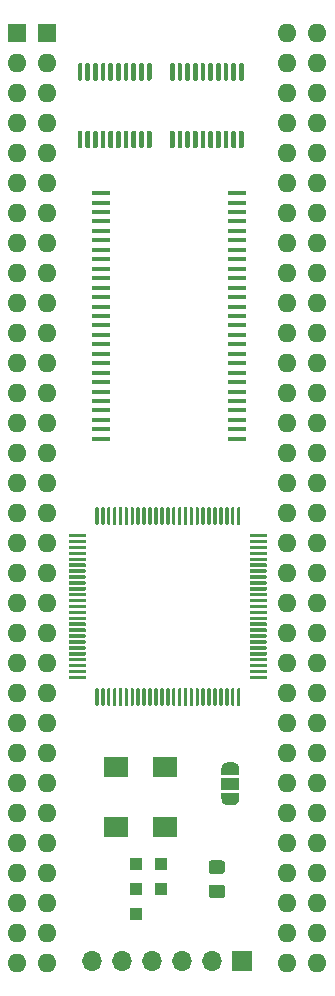
<source format=gbr>
%TF.GenerationSoftware,KiCad,Pcbnew,(5.1.10-1-10_14)*%
%TF.CreationDate,2022-03-12T11:50:30+00:00*%
%TF.ProjectId,altram_68k_r2,616c7472-616d-45f3-9638-6b5f72322e6b,2*%
%TF.SameCoordinates,Original*%
%TF.FileFunction,Soldermask,Top*%
%TF.FilePolarity,Negative*%
%FSLAX46Y46*%
G04 Gerber Fmt 4.6, Leading zero omitted, Abs format (unit mm)*
G04 Created by KiCad (PCBNEW (5.1.10-1-10_14)) date 2022-03-12 11:50:30*
%MOMM*%
%LPD*%
G01*
G04 APERTURE LIST*
%ADD10R,1.500000X1.000000*%
%ADD11C,0.100000*%
%ADD12O,1.600000X1.600000*%
%ADD13R,1.600000X1.600000*%
%ADD14R,1.000000X1.000000*%
%ADD15O,1.700000X1.700000*%
%ADD16R,1.700000X1.700000*%
%ADD17R,2.000000X1.800000*%
%ADD18R,1.510000X0.458000*%
G04 APERTURE END LIST*
%TO.C,D1*%
G36*
G01*
X147999999Y-127750000D02*
X148900001Y-127750000D01*
G75*
G02*
X149150000Y-127999999I0J-249999D01*
G01*
X149150000Y-128650001D01*
G75*
G02*
X148900001Y-128900000I-249999J0D01*
G01*
X147999999Y-128900000D01*
G75*
G02*
X147750000Y-128650001I0J249999D01*
G01*
X147750000Y-127999999D01*
G75*
G02*
X147999999Y-127750000I249999J0D01*
G01*
G37*
G36*
G01*
X147999999Y-125700000D02*
X148900001Y-125700000D01*
G75*
G02*
X149150000Y-125949999I0J-249999D01*
G01*
X149150000Y-126600001D01*
G75*
G02*
X148900001Y-126850000I-249999J0D01*
G01*
X147999999Y-126850000D01*
G75*
G02*
X147750000Y-126600001I0J249999D01*
G01*
X147750000Y-125949999D01*
G75*
G02*
X147999999Y-125700000I249999J0D01*
G01*
G37*
%TD*%
D10*
%TO.C,JP1*%
X149600000Y-119200000D03*
D11*
G36*
X150349398Y-120500000D02*
G01*
X150349398Y-120524534D01*
X150344588Y-120573365D01*
X150335016Y-120621490D01*
X150320772Y-120668445D01*
X150301995Y-120713778D01*
X150278864Y-120757051D01*
X150251604Y-120797850D01*
X150220476Y-120835779D01*
X150185779Y-120870476D01*
X150147850Y-120901604D01*
X150107051Y-120928864D01*
X150063778Y-120951995D01*
X150018445Y-120970772D01*
X149971490Y-120985016D01*
X149923365Y-120994588D01*
X149874534Y-120999398D01*
X149850000Y-120999398D01*
X149850000Y-121000000D01*
X149350000Y-121000000D01*
X149350000Y-120999398D01*
X149325466Y-120999398D01*
X149276635Y-120994588D01*
X149228510Y-120985016D01*
X149181555Y-120970772D01*
X149136222Y-120951995D01*
X149092949Y-120928864D01*
X149052150Y-120901604D01*
X149014221Y-120870476D01*
X148979524Y-120835779D01*
X148948396Y-120797850D01*
X148921136Y-120757051D01*
X148898005Y-120713778D01*
X148879228Y-120668445D01*
X148864984Y-120621490D01*
X148855412Y-120573365D01*
X148850602Y-120524534D01*
X148850602Y-120500000D01*
X148850000Y-120500000D01*
X148850000Y-119950000D01*
X150350000Y-119950000D01*
X150350000Y-120500000D01*
X150349398Y-120500000D01*
G37*
G36*
X148850000Y-118450000D02*
G01*
X148850000Y-117900000D01*
X148850602Y-117900000D01*
X148850602Y-117875466D01*
X148855412Y-117826635D01*
X148864984Y-117778510D01*
X148879228Y-117731555D01*
X148898005Y-117686222D01*
X148921136Y-117642949D01*
X148948396Y-117602150D01*
X148979524Y-117564221D01*
X149014221Y-117529524D01*
X149052150Y-117498396D01*
X149092949Y-117471136D01*
X149136222Y-117448005D01*
X149181555Y-117429228D01*
X149228510Y-117414984D01*
X149276635Y-117405412D01*
X149325466Y-117400602D01*
X149350000Y-117400602D01*
X149350000Y-117400000D01*
X149850000Y-117400000D01*
X149850000Y-117400602D01*
X149874534Y-117400602D01*
X149923365Y-117405412D01*
X149971490Y-117414984D01*
X150018445Y-117429228D01*
X150063778Y-117448005D01*
X150107051Y-117471136D01*
X150147850Y-117498396D01*
X150185779Y-117529524D01*
X150220476Y-117564221D01*
X150251604Y-117602150D01*
X150278864Y-117642949D01*
X150301995Y-117686222D01*
X150320772Y-117731555D01*
X150335016Y-117778510D01*
X150344588Y-117826635D01*
X150349398Y-117875466D01*
X150349398Y-117900000D01*
X150350000Y-117900000D01*
X150350000Y-118450000D01*
X148850000Y-118450000D01*
G37*
%TD*%
%TO.C,U3*%
G36*
G01*
X138150000Y-97200000D02*
X138150000Y-95875000D01*
G75*
G02*
X138225000Y-95800000I75000J0D01*
G01*
X138375000Y-95800000D01*
G75*
G02*
X138450000Y-95875000I0J-75000D01*
G01*
X138450000Y-97200000D01*
G75*
G02*
X138375000Y-97275000I-75000J0D01*
G01*
X138225000Y-97275000D01*
G75*
G02*
X138150000Y-97200000I0J75000D01*
G01*
G37*
G36*
G01*
X138650000Y-97200000D02*
X138650000Y-95875000D01*
G75*
G02*
X138725000Y-95800000I75000J0D01*
G01*
X138875000Y-95800000D01*
G75*
G02*
X138950000Y-95875000I0J-75000D01*
G01*
X138950000Y-97200000D01*
G75*
G02*
X138875000Y-97275000I-75000J0D01*
G01*
X138725000Y-97275000D01*
G75*
G02*
X138650000Y-97200000I0J75000D01*
G01*
G37*
G36*
G01*
X139150000Y-97200000D02*
X139150000Y-95875000D01*
G75*
G02*
X139225000Y-95800000I75000J0D01*
G01*
X139375000Y-95800000D01*
G75*
G02*
X139450000Y-95875000I0J-75000D01*
G01*
X139450000Y-97200000D01*
G75*
G02*
X139375000Y-97275000I-75000J0D01*
G01*
X139225000Y-97275000D01*
G75*
G02*
X139150000Y-97200000I0J75000D01*
G01*
G37*
G36*
G01*
X139650000Y-97200000D02*
X139650000Y-95875000D01*
G75*
G02*
X139725000Y-95800000I75000J0D01*
G01*
X139875000Y-95800000D01*
G75*
G02*
X139950000Y-95875000I0J-75000D01*
G01*
X139950000Y-97200000D01*
G75*
G02*
X139875000Y-97275000I-75000J0D01*
G01*
X139725000Y-97275000D01*
G75*
G02*
X139650000Y-97200000I0J75000D01*
G01*
G37*
G36*
G01*
X140150000Y-97200000D02*
X140150000Y-95875000D01*
G75*
G02*
X140225000Y-95800000I75000J0D01*
G01*
X140375000Y-95800000D01*
G75*
G02*
X140450000Y-95875000I0J-75000D01*
G01*
X140450000Y-97200000D01*
G75*
G02*
X140375000Y-97275000I-75000J0D01*
G01*
X140225000Y-97275000D01*
G75*
G02*
X140150000Y-97200000I0J75000D01*
G01*
G37*
G36*
G01*
X140650000Y-97200000D02*
X140650000Y-95875000D01*
G75*
G02*
X140725000Y-95800000I75000J0D01*
G01*
X140875000Y-95800000D01*
G75*
G02*
X140950000Y-95875000I0J-75000D01*
G01*
X140950000Y-97200000D01*
G75*
G02*
X140875000Y-97275000I-75000J0D01*
G01*
X140725000Y-97275000D01*
G75*
G02*
X140650000Y-97200000I0J75000D01*
G01*
G37*
G36*
G01*
X141150000Y-97200000D02*
X141150000Y-95875000D01*
G75*
G02*
X141225000Y-95800000I75000J0D01*
G01*
X141375000Y-95800000D01*
G75*
G02*
X141450000Y-95875000I0J-75000D01*
G01*
X141450000Y-97200000D01*
G75*
G02*
X141375000Y-97275000I-75000J0D01*
G01*
X141225000Y-97275000D01*
G75*
G02*
X141150000Y-97200000I0J75000D01*
G01*
G37*
G36*
G01*
X141650000Y-97200000D02*
X141650000Y-95875000D01*
G75*
G02*
X141725000Y-95800000I75000J0D01*
G01*
X141875000Y-95800000D01*
G75*
G02*
X141950000Y-95875000I0J-75000D01*
G01*
X141950000Y-97200000D01*
G75*
G02*
X141875000Y-97275000I-75000J0D01*
G01*
X141725000Y-97275000D01*
G75*
G02*
X141650000Y-97200000I0J75000D01*
G01*
G37*
G36*
G01*
X142150000Y-97200000D02*
X142150000Y-95875000D01*
G75*
G02*
X142225000Y-95800000I75000J0D01*
G01*
X142375000Y-95800000D01*
G75*
G02*
X142450000Y-95875000I0J-75000D01*
G01*
X142450000Y-97200000D01*
G75*
G02*
X142375000Y-97275000I-75000J0D01*
G01*
X142225000Y-97275000D01*
G75*
G02*
X142150000Y-97200000I0J75000D01*
G01*
G37*
G36*
G01*
X142650000Y-97200000D02*
X142650000Y-95875000D01*
G75*
G02*
X142725000Y-95800000I75000J0D01*
G01*
X142875000Y-95800000D01*
G75*
G02*
X142950000Y-95875000I0J-75000D01*
G01*
X142950000Y-97200000D01*
G75*
G02*
X142875000Y-97275000I-75000J0D01*
G01*
X142725000Y-97275000D01*
G75*
G02*
X142650000Y-97200000I0J75000D01*
G01*
G37*
G36*
G01*
X143150000Y-97200000D02*
X143150000Y-95875000D01*
G75*
G02*
X143225000Y-95800000I75000J0D01*
G01*
X143375000Y-95800000D01*
G75*
G02*
X143450000Y-95875000I0J-75000D01*
G01*
X143450000Y-97200000D01*
G75*
G02*
X143375000Y-97275000I-75000J0D01*
G01*
X143225000Y-97275000D01*
G75*
G02*
X143150000Y-97200000I0J75000D01*
G01*
G37*
G36*
G01*
X143650000Y-97200000D02*
X143650000Y-95875000D01*
G75*
G02*
X143725000Y-95800000I75000J0D01*
G01*
X143875000Y-95800000D01*
G75*
G02*
X143950000Y-95875000I0J-75000D01*
G01*
X143950000Y-97200000D01*
G75*
G02*
X143875000Y-97275000I-75000J0D01*
G01*
X143725000Y-97275000D01*
G75*
G02*
X143650000Y-97200000I0J75000D01*
G01*
G37*
G36*
G01*
X144150000Y-97200000D02*
X144150000Y-95875000D01*
G75*
G02*
X144225000Y-95800000I75000J0D01*
G01*
X144375000Y-95800000D01*
G75*
G02*
X144450000Y-95875000I0J-75000D01*
G01*
X144450000Y-97200000D01*
G75*
G02*
X144375000Y-97275000I-75000J0D01*
G01*
X144225000Y-97275000D01*
G75*
G02*
X144150000Y-97200000I0J75000D01*
G01*
G37*
G36*
G01*
X144650000Y-97200000D02*
X144650000Y-95875000D01*
G75*
G02*
X144725000Y-95800000I75000J0D01*
G01*
X144875000Y-95800000D01*
G75*
G02*
X144950000Y-95875000I0J-75000D01*
G01*
X144950000Y-97200000D01*
G75*
G02*
X144875000Y-97275000I-75000J0D01*
G01*
X144725000Y-97275000D01*
G75*
G02*
X144650000Y-97200000I0J75000D01*
G01*
G37*
G36*
G01*
X145150000Y-97200000D02*
X145150000Y-95875000D01*
G75*
G02*
X145225000Y-95800000I75000J0D01*
G01*
X145375000Y-95800000D01*
G75*
G02*
X145450000Y-95875000I0J-75000D01*
G01*
X145450000Y-97200000D01*
G75*
G02*
X145375000Y-97275000I-75000J0D01*
G01*
X145225000Y-97275000D01*
G75*
G02*
X145150000Y-97200000I0J75000D01*
G01*
G37*
G36*
G01*
X145650000Y-97200000D02*
X145650000Y-95875000D01*
G75*
G02*
X145725000Y-95800000I75000J0D01*
G01*
X145875000Y-95800000D01*
G75*
G02*
X145950000Y-95875000I0J-75000D01*
G01*
X145950000Y-97200000D01*
G75*
G02*
X145875000Y-97275000I-75000J0D01*
G01*
X145725000Y-97275000D01*
G75*
G02*
X145650000Y-97200000I0J75000D01*
G01*
G37*
G36*
G01*
X146150000Y-97200000D02*
X146150000Y-95875000D01*
G75*
G02*
X146225000Y-95800000I75000J0D01*
G01*
X146375000Y-95800000D01*
G75*
G02*
X146450000Y-95875000I0J-75000D01*
G01*
X146450000Y-97200000D01*
G75*
G02*
X146375000Y-97275000I-75000J0D01*
G01*
X146225000Y-97275000D01*
G75*
G02*
X146150000Y-97200000I0J75000D01*
G01*
G37*
G36*
G01*
X146650000Y-97200000D02*
X146650000Y-95875000D01*
G75*
G02*
X146725000Y-95800000I75000J0D01*
G01*
X146875000Y-95800000D01*
G75*
G02*
X146950000Y-95875000I0J-75000D01*
G01*
X146950000Y-97200000D01*
G75*
G02*
X146875000Y-97275000I-75000J0D01*
G01*
X146725000Y-97275000D01*
G75*
G02*
X146650000Y-97200000I0J75000D01*
G01*
G37*
G36*
G01*
X147150000Y-97200000D02*
X147150000Y-95875000D01*
G75*
G02*
X147225000Y-95800000I75000J0D01*
G01*
X147375000Y-95800000D01*
G75*
G02*
X147450000Y-95875000I0J-75000D01*
G01*
X147450000Y-97200000D01*
G75*
G02*
X147375000Y-97275000I-75000J0D01*
G01*
X147225000Y-97275000D01*
G75*
G02*
X147150000Y-97200000I0J75000D01*
G01*
G37*
G36*
G01*
X147650000Y-97200000D02*
X147650000Y-95875000D01*
G75*
G02*
X147725000Y-95800000I75000J0D01*
G01*
X147875000Y-95800000D01*
G75*
G02*
X147950000Y-95875000I0J-75000D01*
G01*
X147950000Y-97200000D01*
G75*
G02*
X147875000Y-97275000I-75000J0D01*
G01*
X147725000Y-97275000D01*
G75*
G02*
X147650000Y-97200000I0J75000D01*
G01*
G37*
G36*
G01*
X148150000Y-97200000D02*
X148150000Y-95875000D01*
G75*
G02*
X148225000Y-95800000I75000J0D01*
G01*
X148375000Y-95800000D01*
G75*
G02*
X148450000Y-95875000I0J-75000D01*
G01*
X148450000Y-97200000D01*
G75*
G02*
X148375000Y-97275000I-75000J0D01*
G01*
X148225000Y-97275000D01*
G75*
G02*
X148150000Y-97200000I0J75000D01*
G01*
G37*
G36*
G01*
X148650000Y-97200000D02*
X148650000Y-95875000D01*
G75*
G02*
X148725000Y-95800000I75000J0D01*
G01*
X148875000Y-95800000D01*
G75*
G02*
X148950000Y-95875000I0J-75000D01*
G01*
X148950000Y-97200000D01*
G75*
G02*
X148875000Y-97275000I-75000J0D01*
G01*
X148725000Y-97275000D01*
G75*
G02*
X148650000Y-97200000I0J75000D01*
G01*
G37*
G36*
G01*
X149150000Y-97200000D02*
X149150000Y-95875000D01*
G75*
G02*
X149225000Y-95800000I75000J0D01*
G01*
X149375000Y-95800000D01*
G75*
G02*
X149450000Y-95875000I0J-75000D01*
G01*
X149450000Y-97200000D01*
G75*
G02*
X149375000Y-97275000I-75000J0D01*
G01*
X149225000Y-97275000D01*
G75*
G02*
X149150000Y-97200000I0J75000D01*
G01*
G37*
G36*
G01*
X149650000Y-97200000D02*
X149650000Y-95875000D01*
G75*
G02*
X149725000Y-95800000I75000J0D01*
G01*
X149875000Y-95800000D01*
G75*
G02*
X149950000Y-95875000I0J-75000D01*
G01*
X149950000Y-97200000D01*
G75*
G02*
X149875000Y-97275000I-75000J0D01*
G01*
X149725000Y-97275000D01*
G75*
G02*
X149650000Y-97200000I0J75000D01*
G01*
G37*
G36*
G01*
X150150000Y-97200000D02*
X150150000Y-95875000D01*
G75*
G02*
X150225000Y-95800000I75000J0D01*
G01*
X150375000Y-95800000D01*
G75*
G02*
X150450000Y-95875000I0J-75000D01*
G01*
X150450000Y-97200000D01*
G75*
G02*
X150375000Y-97275000I-75000J0D01*
G01*
X150225000Y-97275000D01*
G75*
G02*
X150150000Y-97200000I0J75000D01*
G01*
G37*
G36*
G01*
X151225000Y-98275000D02*
X151225000Y-98125000D01*
G75*
G02*
X151300000Y-98050000I75000J0D01*
G01*
X152625000Y-98050000D01*
G75*
G02*
X152700000Y-98125000I0J-75000D01*
G01*
X152700000Y-98275000D01*
G75*
G02*
X152625000Y-98350000I-75000J0D01*
G01*
X151300000Y-98350000D01*
G75*
G02*
X151225000Y-98275000I0J75000D01*
G01*
G37*
G36*
G01*
X151225000Y-98775000D02*
X151225000Y-98625000D01*
G75*
G02*
X151300000Y-98550000I75000J0D01*
G01*
X152625000Y-98550000D01*
G75*
G02*
X152700000Y-98625000I0J-75000D01*
G01*
X152700000Y-98775000D01*
G75*
G02*
X152625000Y-98850000I-75000J0D01*
G01*
X151300000Y-98850000D01*
G75*
G02*
X151225000Y-98775000I0J75000D01*
G01*
G37*
G36*
G01*
X151225000Y-99275000D02*
X151225000Y-99125000D01*
G75*
G02*
X151300000Y-99050000I75000J0D01*
G01*
X152625000Y-99050000D01*
G75*
G02*
X152700000Y-99125000I0J-75000D01*
G01*
X152700000Y-99275000D01*
G75*
G02*
X152625000Y-99350000I-75000J0D01*
G01*
X151300000Y-99350000D01*
G75*
G02*
X151225000Y-99275000I0J75000D01*
G01*
G37*
G36*
G01*
X151225000Y-99775000D02*
X151225000Y-99625000D01*
G75*
G02*
X151300000Y-99550000I75000J0D01*
G01*
X152625000Y-99550000D01*
G75*
G02*
X152700000Y-99625000I0J-75000D01*
G01*
X152700000Y-99775000D01*
G75*
G02*
X152625000Y-99850000I-75000J0D01*
G01*
X151300000Y-99850000D01*
G75*
G02*
X151225000Y-99775000I0J75000D01*
G01*
G37*
G36*
G01*
X151225000Y-100275000D02*
X151225000Y-100125000D01*
G75*
G02*
X151300000Y-100050000I75000J0D01*
G01*
X152625000Y-100050000D01*
G75*
G02*
X152700000Y-100125000I0J-75000D01*
G01*
X152700000Y-100275000D01*
G75*
G02*
X152625000Y-100350000I-75000J0D01*
G01*
X151300000Y-100350000D01*
G75*
G02*
X151225000Y-100275000I0J75000D01*
G01*
G37*
G36*
G01*
X151225000Y-100775000D02*
X151225000Y-100625000D01*
G75*
G02*
X151300000Y-100550000I75000J0D01*
G01*
X152625000Y-100550000D01*
G75*
G02*
X152700000Y-100625000I0J-75000D01*
G01*
X152700000Y-100775000D01*
G75*
G02*
X152625000Y-100850000I-75000J0D01*
G01*
X151300000Y-100850000D01*
G75*
G02*
X151225000Y-100775000I0J75000D01*
G01*
G37*
G36*
G01*
X151225000Y-101275000D02*
X151225000Y-101125000D01*
G75*
G02*
X151300000Y-101050000I75000J0D01*
G01*
X152625000Y-101050000D01*
G75*
G02*
X152700000Y-101125000I0J-75000D01*
G01*
X152700000Y-101275000D01*
G75*
G02*
X152625000Y-101350000I-75000J0D01*
G01*
X151300000Y-101350000D01*
G75*
G02*
X151225000Y-101275000I0J75000D01*
G01*
G37*
G36*
G01*
X151225000Y-101775000D02*
X151225000Y-101625000D01*
G75*
G02*
X151300000Y-101550000I75000J0D01*
G01*
X152625000Y-101550000D01*
G75*
G02*
X152700000Y-101625000I0J-75000D01*
G01*
X152700000Y-101775000D01*
G75*
G02*
X152625000Y-101850000I-75000J0D01*
G01*
X151300000Y-101850000D01*
G75*
G02*
X151225000Y-101775000I0J75000D01*
G01*
G37*
G36*
G01*
X151225000Y-102275000D02*
X151225000Y-102125000D01*
G75*
G02*
X151300000Y-102050000I75000J0D01*
G01*
X152625000Y-102050000D01*
G75*
G02*
X152700000Y-102125000I0J-75000D01*
G01*
X152700000Y-102275000D01*
G75*
G02*
X152625000Y-102350000I-75000J0D01*
G01*
X151300000Y-102350000D01*
G75*
G02*
X151225000Y-102275000I0J75000D01*
G01*
G37*
G36*
G01*
X151225000Y-102775000D02*
X151225000Y-102625000D01*
G75*
G02*
X151300000Y-102550000I75000J0D01*
G01*
X152625000Y-102550000D01*
G75*
G02*
X152700000Y-102625000I0J-75000D01*
G01*
X152700000Y-102775000D01*
G75*
G02*
X152625000Y-102850000I-75000J0D01*
G01*
X151300000Y-102850000D01*
G75*
G02*
X151225000Y-102775000I0J75000D01*
G01*
G37*
G36*
G01*
X151225000Y-103275000D02*
X151225000Y-103125000D01*
G75*
G02*
X151300000Y-103050000I75000J0D01*
G01*
X152625000Y-103050000D01*
G75*
G02*
X152700000Y-103125000I0J-75000D01*
G01*
X152700000Y-103275000D01*
G75*
G02*
X152625000Y-103350000I-75000J0D01*
G01*
X151300000Y-103350000D01*
G75*
G02*
X151225000Y-103275000I0J75000D01*
G01*
G37*
G36*
G01*
X151225000Y-103775000D02*
X151225000Y-103625000D01*
G75*
G02*
X151300000Y-103550000I75000J0D01*
G01*
X152625000Y-103550000D01*
G75*
G02*
X152700000Y-103625000I0J-75000D01*
G01*
X152700000Y-103775000D01*
G75*
G02*
X152625000Y-103850000I-75000J0D01*
G01*
X151300000Y-103850000D01*
G75*
G02*
X151225000Y-103775000I0J75000D01*
G01*
G37*
G36*
G01*
X151225000Y-104275000D02*
X151225000Y-104125000D01*
G75*
G02*
X151300000Y-104050000I75000J0D01*
G01*
X152625000Y-104050000D01*
G75*
G02*
X152700000Y-104125000I0J-75000D01*
G01*
X152700000Y-104275000D01*
G75*
G02*
X152625000Y-104350000I-75000J0D01*
G01*
X151300000Y-104350000D01*
G75*
G02*
X151225000Y-104275000I0J75000D01*
G01*
G37*
G36*
G01*
X151225000Y-104775000D02*
X151225000Y-104625000D01*
G75*
G02*
X151300000Y-104550000I75000J0D01*
G01*
X152625000Y-104550000D01*
G75*
G02*
X152700000Y-104625000I0J-75000D01*
G01*
X152700000Y-104775000D01*
G75*
G02*
X152625000Y-104850000I-75000J0D01*
G01*
X151300000Y-104850000D01*
G75*
G02*
X151225000Y-104775000I0J75000D01*
G01*
G37*
G36*
G01*
X151225000Y-105275000D02*
X151225000Y-105125000D01*
G75*
G02*
X151300000Y-105050000I75000J0D01*
G01*
X152625000Y-105050000D01*
G75*
G02*
X152700000Y-105125000I0J-75000D01*
G01*
X152700000Y-105275000D01*
G75*
G02*
X152625000Y-105350000I-75000J0D01*
G01*
X151300000Y-105350000D01*
G75*
G02*
X151225000Y-105275000I0J75000D01*
G01*
G37*
G36*
G01*
X151225000Y-105775000D02*
X151225000Y-105625000D01*
G75*
G02*
X151300000Y-105550000I75000J0D01*
G01*
X152625000Y-105550000D01*
G75*
G02*
X152700000Y-105625000I0J-75000D01*
G01*
X152700000Y-105775000D01*
G75*
G02*
X152625000Y-105850000I-75000J0D01*
G01*
X151300000Y-105850000D01*
G75*
G02*
X151225000Y-105775000I0J75000D01*
G01*
G37*
G36*
G01*
X151225000Y-106275000D02*
X151225000Y-106125000D01*
G75*
G02*
X151300000Y-106050000I75000J0D01*
G01*
X152625000Y-106050000D01*
G75*
G02*
X152700000Y-106125000I0J-75000D01*
G01*
X152700000Y-106275000D01*
G75*
G02*
X152625000Y-106350000I-75000J0D01*
G01*
X151300000Y-106350000D01*
G75*
G02*
X151225000Y-106275000I0J75000D01*
G01*
G37*
G36*
G01*
X151225000Y-106775000D02*
X151225000Y-106625000D01*
G75*
G02*
X151300000Y-106550000I75000J0D01*
G01*
X152625000Y-106550000D01*
G75*
G02*
X152700000Y-106625000I0J-75000D01*
G01*
X152700000Y-106775000D01*
G75*
G02*
X152625000Y-106850000I-75000J0D01*
G01*
X151300000Y-106850000D01*
G75*
G02*
X151225000Y-106775000I0J75000D01*
G01*
G37*
G36*
G01*
X151225000Y-107275000D02*
X151225000Y-107125000D01*
G75*
G02*
X151300000Y-107050000I75000J0D01*
G01*
X152625000Y-107050000D01*
G75*
G02*
X152700000Y-107125000I0J-75000D01*
G01*
X152700000Y-107275000D01*
G75*
G02*
X152625000Y-107350000I-75000J0D01*
G01*
X151300000Y-107350000D01*
G75*
G02*
X151225000Y-107275000I0J75000D01*
G01*
G37*
G36*
G01*
X151225000Y-107775000D02*
X151225000Y-107625000D01*
G75*
G02*
X151300000Y-107550000I75000J0D01*
G01*
X152625000Y-107550000D01*
G75*
G02*
X152700000Y-107625000I0J-75000D01*
G01*
X152700000Y-107775000D01*
G75*
G02*
X152625000Y-107850000I-75000J0D01*
G01*
X151300000Y-107850000D01*
G75*
G02*
X151225000Y-107775000I0J75000D01*
G01*
G37*
G36*
G01*
X151225000Y-108275000D02*
X151225000Y-108125000D01*
G75*
G02*
X151300000Y-108050000I75000J0D01*
G01*
X152625000Y-108050000D01*
G75*
G02*
X152700000Y-108125000I0J-75000D01*
G01*
X152700000Y-108275000D01*
G75*
G02*
X152625000Y-108350000I-75000J0D01*
G01*
X151300000Y-108350000D01*
G75*
G02*
X151225000Y-108275000I0J75000D01*
G01*
G37*
G36*
G01*
X151225000Y-108775000D02*
X151225000Y-108625000D01*
G75*
G02*
X151300000Y-108550000I75000J0D01*
G01*
X152625000Y-108550000D01*
G75*
G02*
X152700000Y-108625000I0J-75000D01*
G01*
X152700000Y-108775000D01*
G75*
G02*
X152625000Y-108850000I-75000J0D01*
G01*
X151300000Y-108850000D01*
G75*
G02*
X151225000Y-108775000I0J75000D01*
G01*
G37*
G36*
G01*
X151225000Y-109275000D02*
X151225000Y-109125000D01*
G75*
G02*
X151300000Y-109050000I75000J0D01*
G01*
X152625000Y-109050000D01*
G75*
G02*
X152700000Y-109125000I0J-75000D01*
G01*
X152700000Y-109275000D01*
G75*
G02*
X152625000Y-109350000I-75000J0D01*
G01*
X151300000Y-109350000D01*
G75*
G02*
X151225000Y-109275000I0J75000D01*
G01*
G37*
G36*
G01*
X151225000Y-109775000D02*
X151225000Y-109625000D01*
G75*
G02*
X151300000Y-109550000I75000J0D01*
G01*
X152625000Y-109550000D01*
G75*
G02*
X152700000Y-109625000I0J-75000D01*
G01*
X152700000Y-109775000D01*
G75*
G02*
X152625000Y-109850000I-75000J0D01*
G01*
X151300000Y-109850000D01*
G75*
G02*
X151225000Y-109775000I0J75000D01*
G01*
G37*
G36*
G01*
X151225000Y-110275000D02*
X151225000Y-110125000D01*
G75*
G02*
X151300000Y-110050000I75000J0D01*
G01*
X152625000Y-110050000D01*
G75*
G02*
X152700000Y-110125000I0J-75000D01*
G01*
X152700000Y-110275000D01*
G75*
G02*
X152625000Y-110350000I-75000J0D01*
G01*
X151300000Y-110350000D01*
G75*
G02*
X151225000Y-110275000I0J75000D01*
G01*
G37*
G36*
G01*
X150150000Y-112525000D02*
X150150000Y-111200000D01*
G75*
G02*
X150225000Y-111125000I75000J0D01*
G01*
X150375000Y-111125000D01*
G75*
G02*
X150450000Y-111200000I0J-75000D01*
G01*
X150450000Y-112525000D01*
G75*
G02*
X150375000Y-112600000I-75000J0D01*
G01*
X150225000Y-112600000D01*
G75*
G02*
X150150000Y-112525000I0J75000D01*
G01*
G37*
G36*
G01*
X149650000Y-112525000D02*
X149650000Y-111200000D01*
G75*
G02*
X149725000Y-111125000I75000J0D01*
G01*
X149875000Y-111125000D01*
G75*
G02*
X149950000Y-111200000I0J-75000D01*
G01*
X149950000Y-112525000D01*
G75*
G02*
X149875000Y-112600000I-75000J0D01*
G01*
X149725000Y-112600000D01*
G75*
G02*
X149650000Y-112525000I0J75000D01*
G01*
G37*
G36*
G01*
X149150000Y-112525000D02*
X149150000Y-111200000D01*
G75*
G02*
X149225000Y-111125000I75000J0D01*
G01*
X149375000Y-111125000D01*
G75*
G02*
X149450000Y-111200000I0J-75000D01*
G01*
X149450000Y-112525000D01*
G75*
G02*
X149375000Y-112600000I-75000J0D01*
G01*
X149225000Y-112600000D01*
G75*
G02*
X149150000Y-112525000I0J75000D01*
G01*
G37*
G36*
G01*
X148650000Y-112525000D02*
X148650000Y-111200000D01*
G75*
G02*
X148725000Y-111125000I75000J0D01*
G01*
X148875000Y-111125000D01*
G75*
G02*
X148950000Y-111200000I0J-75000D01*
G01*
X148950000Y-112525000D01*
G75*
G02*
X148875000Y-112600000I-75000J0D01*
G01*
X148725000Y-112600000D01*
G75*
G02*
X148650000Y-112525000I0J75000D01*
G01*
G37*
G36*
G01*
X148150000Y-112525000D02*
X148150000Y-111200000D01*
G75*
G02*
X148225000Y-111125000I75000J0D01*
G01*
X148375000Y-111125000D01*
G75*
G02*
X148450000Y-111200000I0J-75000D01*
G01*
X148450000Y-112525000D01*
G75*
G02*
X148375000Y-112600000I-75000J0D01*
G01*
X148225000Y-112600000D01*
G75*
G02*
X148150000Y-112525000I0J75000D01*
G01*
G37*
G36*
G01*
X147650000Y-112525000D02*
X147650000Y-111200000D01*
G75*
G02*
X147725000Y-111125000I75000J0D01*
G01*
X147875000Y-111125000D01*
G75*
G02*
X147950000Y-111200000I0J-75000D01*
G01*
X147950000Y-112525000D01*
G75*
G02*
X147875000Y-112600000I-75000J0D01*
G01*
X147725000Y-112600000D01*
G75*
G02*
X147650000Y-112525000I0J75000D01*
G01*
G37*
G36*
G01*
X147150000Y-112525000D02*
X147150000Y-111200000D01*
G75*
G02*
X147225000Y-111125000I75000J0D01*
G01*
X147375000Y-111125000D01*
G75*
G02*
X147450000Y-111200000I0J-75000D01*
G01*
X147450000Y-112525000D01*
G75*
G02*
X147375000Y-112600000I-75000J0D01*
G01*
X147225000Y-112600000D01*
G75*
G02*
X147150000Y-112525000I0J75000D01*
G01*
G37*
G36*
G01*
X146650000Y-112525000D02*
X146650000Y-111200000D01*
G75*
G02*
X146725000Y-111125000I75000J0D01*
G01*
X146875000Y-111125000D01*
G75*
G02*
X146950000Y-111200000I0J-75000D01*
G01*
X146950000Y-112525000D01*
G75*
G02*
X146875000Y-112600000I-75000J0D01*
G01*
X146725000Y-112600000D01*
G75*
G02*
X146650000Y-112525000I0J75000D01*
G01*
G37*
G36*
G01*
X146150000Y-112525000D02*
X146150000Y-111200000D01*
G75*
G02*
X146225000Y-111125000I75000J0D01*
G01*
X146375000Y-111125000D01*
G75*
G02*
X146450000Y-111200000I0J-75000D01*
G01*
X146450000Y-112525000D01*
G75*
G02*
X146375000Y-112600000I-75000J0D01*
G01*
X146225000Y-112600000D01*
G75*
G02*
X146150000Y-112525000I0J75000D01*
G01*
G37*
G36*
G01*
X145650000Y-112525000D02*
X145650000Y-111200000D01*
G75*
G02*
X145725000Y-111125000I75000J0D01*
G01*
X145875000Y-111125000D01*
G75*
G02*
X145950000Y-111200000I0J-75000D01*
G01*
X145950000Y-112525000D01*
G75*
G02*
X145875000Y-112600000I-75000J0D01*
G01*
X145725000Y-112600000D01*
G75*
G02*
X145650000Y-112525000I0J75000D01*
G01*
G37*
G36*
G01*
X145150000Y-112525000D02*
X145150000Y-111200000D01*
G75*
G02*
X145225000Y-111125000I75000J0D01*
G01*
X145375000Y-111125000D01*
G75*
G02*
X145450000Y-111200000I0J-75000D01*
G01*
X145450000Y-112525000D01*
G75*
G02*
X145375000Y-112600000I-75000J0D01*
G01*
X145225000Y-112600000D01*
G75*
G02*
X145150000Y-112525000I0J75000D01*
G01*
G37*
G36*
G01*
X144650000Y-112525000D02*
X144650000Y-111200000D01*
G75*
G02*
X144725000Y-111125000I75000J0D01*
G01*
X144875000Y-111125000D01*
G75*
G02*
X144950000Y-111200000I0J-75000D01*
G01*
X144950000Y-112525000D01*
G75*
G02*
X144875000Y-112600000I-75000J0D01*
G01*
X144725000Y-112600000D01*
G75*
G02*
X144650000Y-112525000I0J75000D01*
G01*
G37*
G36*
G01*
X144150000Y-112525000D02*
X144150000Y-111200000D01*
G75*
G02*
X144225000Y-111125000I75000J0D01*
G01*
X144375000Y-111125000D01*
G75*
G02*
X144450000Y-111200000I0J-75000D01*
G01*
X144450000Y-112525000D01*
G75*
G02*
X144375000Y-112600000I-75000J0D01*
G01*
X144225000Y-112600000D01*
G75*
G02*
X144150000Y-112525000I0J75000D01*
G01*
G37*
G36*
G01*
X143650000Y-112525000D02*
X143650000Y-111200000D01*
G75*
G02*
X143725000Y-111125000I75000J0D01*
G01*
X143875000Y-111125000D01*
G75*
G02*
X143950000Y-111200000I0J-75000D01*
G01*
X143950000Y-112525000D01*
G75*
G02*
X143875000Y-112600000I-75000J0D01*
G01*
X143725000Y-112600000D01*
G75*
G02*
X143650000Y-112525000I0J75000D01*
G01*
G37*
G36*
G01*
X143150000Y-112525000D02*
X143150000Y-111200000D01*
G75*
G02*
X143225000Y-111125000I75000J0D01*
G01*
X143375000Y-111125000D01*
G75*
G02*
X143450000Y-111200000I0J-75000D01*
G01*
X143450000Y-112525000D01*
G75*
G02*
X143375000Y-112600000I-75000J0D01*
G01*
X143225000Y-112600000D01*
G75*
G02*
X143150000Y-112525000I0J75000D01*
G01*
G37*
G36*
G01*
X142650000Y-112525000D02*
X142650000Y-111200000D01*
G75*
G02*
X142725000Y-111125000I75000J0D01*
G01*
X142875000Y-111125000D01*
G75*
G02*
X142950000Y-111200000I0J-75000D01*
G01*
X142950000Y-112525000D01*
G75*
G02*
X142875000Y-112600000I-75000J0D01*
G01*
X142725000Y-112600000D01*
G75*
G02*
X142650000Y-112525000I0J75000D01*
G01*
G37*
G36*
G01*
X142150000Y-112525000D02*
X142150000Y-111200000D01*
G75*
G02*
X142225000Y-111125000I75000J0D01*
G01*
X142375000Y-111125000D01*
G75*
G02*
X142450000Y-111200000I0J-75000D01*
G01*
X142450000Y-112525000D01*
G75*
G02*
X142375000Y-112600000I-75000J0D01*
G01*
X142225000Y-112600000D01*
G75*
G02*
X142150000Y-112525000I0J75000D01*
G01*
G37*
G36*
G01*
X141650000Y-112525000D02*
X141650000Y-111200000D01*
G75*
G02*
X141725000Y-111125000I75000J0D01*
G01*
X141875000Y-111125000D01*
G75*
G02*
X141950000Y-111200000I0J-75000D01*
G01*
X141950000Y-112525000D01*
G75*
G02*
X141875000Y-112600000I-75000J0D01*
G01*
X141725000Y-112600000D01*
G75*
G02*
X141650000Y-112525000I0J75000D01*
G01*
G37*
G36*
G01*
X141150000Y-112525000D02*
X141150000Y-111200000D01*
G75*
G02*
X141225000Y-111125000I75000J0D01*
G01*
X141375000Y-111125000D01*
G75*
G02*
X141450000Y-111200000I0J-75000D01*
G01*
X141450000Y-112525000D01*
G75*
G02*
X141375000Y-112600000I-75000J0D01*
G01*
X141225000Y-112600000D01*
G75*
G02*
X141150000Y-112525000I0J75000D01*
G01*
G37*
G36*
G01*
X140650000Y-112525000D02*
X140650000Y-111200000D01*
G75*
G02*
X140725000Y-111125000I75000J0D01*
G01*
X140875000Y-111125000D01*
G75*
G02*
X140950000Y-111200000I0J-75000D01*
G01*
X140950000Y-112525000D01*
G75*
G02*
X140875000Y-112600000I-75000J0D01*
G01*
X140725000Y-112600000D01*
G75*
G02*
X140650000Y-112525000I0J75000D01*
G01*
G37*
G36*
G01*
X140150000Y-112525000D02*
X140150000Y-111200000D01*
G75*
G02*
X140225000Y-111125000I75000J0D01*
G01*
X140375000Y-111125000D01*
G75*
G02*
X140450000Y-111200000I0J-75000D01*
G01*
X140450000Y-112525000D01*
G75*
G02*
X140375000Y-112600000I-75000J0D01*
G01*
X140225000Y-112600000D01*
G75*
G02*
X140150000Y-112525000I0J75000D01*
G01*
G37*
G36*
G01*
X139650000Y-112525000D02*
X139650000Y-111200000D01*
G75*
G02*
X139725000Y-111125000I75000J0D01*
G01*
X139875000Y-111125000D01*
G75*
G02*
X139950000Y-111200000I0J-75000D01*
G01*
X139950000Y-112525000D01*
G75*
G02*
X139875000Y-112600000I-75000J0D01*
G01*
X139725000Y-112600000D01*
G75*
G02*
X139650000Y-112525000I0J75000D01*
G01*
G37*
G36*
G01*
X139150000Y-112525000D02*
X139150000Y-111200000D01*
G75*
G02*
X139225000Y-111125000I75000J0D01*
G01*
X139375000Y-111125000D01*
G75*
G02*
X139450000Y-111200000I0J-75000D01*
G01*
X139450000Y-112525000D01*
G75*
G02*
X139375000Y-112600000I-75000J0D01*
G01*
X139225000Y-112600000D01*
G75*
G02*
X139150000Y-112525000I0J75000D01*
G01*
G37*
G36*
G01*
X138650000Y-112525000D02*
X138650000Y-111200000D01*
G75*
G02*
X138725000Y-111125000I75000J0D01*
G01*
X138875000Y-111125000D01*
G75*
G02*
X138950000Y-111200000I0J-75000D01*
G01*
X138950000Y-112525000D01*
G75*
G02*
X138875000Y-112600000I-75000J0D01*
G01*
X138725000Y-112600000D01*
G75*
G02*
X138650000Y-112525000I0J75000D01*
G01*
G37*
G36*
G01*
X138150000Y-112525000D02*
X138150000Y-111200000D01*
G75*
G02*
X138225000Y-111125000I75000J0D01*
G01*
X138375000Y-111125000D01*
G75*
G02*
X138450000Y-111200000I0J-75000D01*
G01*
X138450000Y-112525000D01*
G75*
G02*
X138375000Y-112600000I-75000J0D01*
G01*
X138225000Y-112600000D01*
G75*
G02*
X138150000Y-112525000I0J75000D01*
G01*
G37*
G36*
G01*
X135900000Y-110275000D02*
X135900000Y-110125000D01*
G75*
G02*
X135975000Y-110050000I75000J0D01*
G01*
X137300000Y-110050000D01*
G75*
G02*
X137375000Y-110125000I0J-75000D01*
G01*
X137375000Y-110275000D01*
G75*
G02*
X137300000Y-110350000I-75000J0D01*
G01*
X135975000Y-110350000D01*
G75*
G02*
X135900000Y-110275000I0J75000D01*
G01*
G37*
G36*
G01*
X135900000Y-109775000D02*
X135900000Y-109625000D01*
G75*
G02*
X135975000Y-109550000I75000J0D01*
G01*
X137300000Y-109550000D01*
G75*
G02*
X137375000Y-109625000I0J-75000D01*
G01*
X137375000Y-109775000D01*
G75*
G02*
X137300000Y-109850000I-75000J0D01*
G01*
X135975000Y-109850000D01*
G75*
G02*
X135900000Y-109775000I0J75000D01*
G01*
G37*
G36*
G01*
X135900000Y-109275000D02*
X135900000Y-109125000D01*
G75*
G02*
X135975000Y-109050000I75000J0D01*
G01*
X137300000Y-109050000D01*
G75*
G02*
X137375000Y-109125000I0J-75000D01*
G01*
X137375000Y-109275000D01*
G75*
G02*
X137300000Y-109350000I-75000J0D01*
G01*
X135975000Y-109350000D01*
G75*
G02*
X135900000Y-109275000I0J75000D01*
G01*
G37*
G36*
G01*
X135900000Y-108775000D02*
X135900000Y-108625000D01*
G75*
G02*
X135975000Y-108550000I75000J0D01*
G01*
X137300000Y-108550000D01*
G75*
G02*
X137375000Y-108625000I0J-75000D01*
G01*
X137375000Y-108775000D01*
G75*
G02*
X137300000Y-108850000I-75000J0D01*
G01*
X135975000Y-108850000D01*
G75*
G02*
X135900000Y-108775000I0J75000D01*
G01*
G37*
G36*
G01*
X135900000Y-108275000D02*
X135900000Y-108125000D01*
G75*
G02*
X135975000Y-108050000I75000J0D01*
G01*
X137300000Y-108050000D01*
G75*
G02*
X137375000Y-108125000I0J-75000D01*
G01*
X137375000Y-108275000D01*
G75*
G02*
X137300000Y-108350000I-75000J0D01*
G01*
X135975000Y-108350000D01*
G75*
G02*
X135900000Y-108275000I0J75000D01*
G01*
G37*
G36*
G01*
X135900000Y-107775000D02*
X135900000Y-107625000D01*
G75*
G02*
X135975000Y-107550000I75000J0D01*
G01*
X137300000Y-107550000D01*
G75*
G02*
X137375000Y-107625000I0J-75000D01*
G01*
X137375000Y-107775000D01*
G75*
G02*
X137300000Y-107850000I-75000J0D01*
G01*
X135975000Y-107850000D01*
G75*
G02*
X135900000Y-107775000I0J75000D01*
G01*
G37*
G36*
G01*
X135900000Y-107275000D02*
X135900000Y-107125000D01*
G75*
G02*
X135975000Y-107050000I75000J0D01*
G01*
X137300000Y-107050000D01*
G75*
G02*
X137375000Y-107125000I0J-75000D01*
G01*
X137375000Y-107275000D01*
G75*
G02*
X137300000Y-107350000I-75000J0D01*
G01*
X135975000Y-107350000D01*
G75*
G02*
X135900000Y-107275000I0J75000D01*
G01*
G37*
G36*
G01*
X135900000Y-106775000D02*
X135900000Y-106625000D01*
G75*
G02*
X135975000Y-106550000I75000J0D01*
G01*
X137300000Y-106550000D01*
G75*
G02*
X137375000Y-106625000I0J-75000D01*
G01*
X137375000Y-106775000D01*
G75*
G02*
X137300000Y-106850000I-75000J0D01*
G01*
X135975000Y-106850000D01*
G75*
G02*
X135900000Y-106775000I0J75000D01*
G01*
G37*
G36*
G01*
X135900000Y-106275000D02*
X135900000Y-106125000D01*
G75*
G02*
X135975000Y-106050000I75000J0D01*
G01*
X137300000Y-106050000D01*
G75*
G02*
X137375000Y-106125000I0J-75000D01*
G01*
X137375000Y-106275000D01*
G75*
G02*
X137300000Y-106350000I-75000J0D01*
G01*
X135975000Y-106350000D01*
G75*
G02*
X135900000Y-106275000I0J75000D01*
G01*
G37*
G36*
G01*
X135900000Y-105775000D02*
X135900000Y-105625000D01*
G75*
G02*
X135975000Y-105550000I75000J0D01*
G01*
X137300000Y-105550000D01*
G75*
G02*
X137375000Y-105625000I0J-75000D01*
G01*
X137375000Y-105775000D01*
G75*
G02*
X137300000Y-105850000I-75000J0D01*
G01*
X135975000Y-105850000D01*
G75*
G02*
X135900000Y-105775000I0J75000D01*
G01*
G37*
G36*
G01*
X135900000Y-105275000D02*
X135900000Y-105125000D01*
G75*
G02*
X135975000Y-105050000I75000J0D01*
G01*
X137300000Y-105050000D01*
G75*
G02*
X137375000Y-105125000I0J-75000D01*
G01*
X137375000Y-105275000D01*
G75*
G02*
X137300000Y-105350000I-75000J0D01*
G01*
X135975000Y-105350000D01*
G75*
G02*
X135900000Y-105275000I0J75000D01*
G01*
G37*
G36*
G01*
X135900000Y-104775000D02*
X135900000Y-104625000D01*
G75*
G02*
X135975000Y-104550000I75000J0D01*
G01*
X137300000Y-104550000D01*
G75*
G02*
X137375000Y-104625000I0J-75000D01*
G01*
X137375000Y-104775000D01*
G75*
G02*
X137300000Y-104850000I-75000J0D01*
G01*
X135975000Y-104850000D01*
G75*
G02*
X135900000Y-104775000I0J75000D01*
G01*
G37*
G36*
G01*
X135900000Y-104275000D02*
X135900000Y-104125000D01*
G75*
G02*
X135975000Y-104050000I75000J0D01*
G01*
X137300000Y-104050000D01*
G75*
G02*
X137375000Y-104125000I0J-75000D01*
G01*
X137375000Y-104275000D01*
G75*
G02*
X137300000Y-104350000I-75000J0D01*
G01*
X135975000Y-104350000D01*
G75*
G02*
X135900000Y-104275000I0J75000D01*
G01*
G37*
G36*
G01*
X135900000Y-103775000D02*
X135900000Y-103625000D01*
G75*
G02*
X135975000Y-103550000I75000J0D01*
G01*
X137300000Y-103550000D01*
G75*
G02*
X137375000Y-103625000I0J-75000D01*
G01*
X137375000Y-103775000D01*
G75*
G02*
X137300000Y-103850000I-75000J0D01*
G01*
X135975000Y-103850000D01*
G75*
G02*
X135900000Y-103775000I0J75000D01*
G01*
G37*
G36*
G01*
X135900000Y-103275000D02*
X135900000Y-103125000D01*
G75*
G02*
X135975000Y-103050000I75000J0D01*
G01*
X137300000Y-103050000D01*
G75*
G02*
X137375000Y-103125000I0J-75000D01*
G01*
X137375000Y-103275000D01*
G75*
G02*
X137300000Y-103350000I-75000J0D01*
G01*
X135975000Y-103350000D01*
G75*
G02*
X135900000Y-103275000I0J75000D01*
G01*
G37*
G36*
G01*
X135900000Y-102775000D02*
X135900000Y-102625000D01*
G75*
G02*
X135975000Y-102550000I75000J0D01*
G01*
X137300000Y-102550000D01*
G75*
G02*
X137375000Y-102625000I0J-75000D01*
G01*
X137375000Y-102775000D01*
G75*
G02*
X137300000Y-102850000I-75000J0D01*
G01*
X135975000Y-102850000D01*
G75*
G02*
X135900000Y-102775000I0J75000D01*
G01*
G37*
G36*
G01*
X135900000Y-102275000D02*
X135900000Y-102125000D01*
G75*
G02*
X135975000Y-102050000I75000J0D01*
G01*
X137300000Y-102050000D01*
G75*
G02*
X137375000Y-102125000I0J-75000D01*
G01*
X137375000Y-102275000D01*
G75*
G02*
X137300000Y-102350000I-75000J0D01*
G01*
X135975000Y-102350000D01*
G75*
G02*
X135900000Y-102275000I0J75000D01*
G01*
G37*
G36*
G01*
X135900000Y-101775000D02*
X135900000Y-101625000D01*
G75*
G02*
X135975000Y-101550000I75000J0D01*
G01*
X137300000Y-101550000D01*
G75*
G02*
X137375000Y-101625000I0J-75000D01*
G01*
X137375000Y-101775000D01*
G75*
G02*
X137300000Y-101850000I-75000J0D01*
G01*
X135975000Y-101850000D01*
G75*
G02*
X135900000Y-101775000I0J75000D01*
G01*
G37*
G36*
G01*
X135900000Y-101275000D02*
X135900000Y-101125000D01*
G75*
G02*
X135975000Y-101050000I75000J0D01*
G01*
X137300000Y-101050000D01*
G75*
G02*
X137375000Y-101125000I0J-75000D01*
G01*
X137375000Y-101275000D01*
G75*
G02*
X137300000Y-101350000I-75000J0D01*
G01*
X135975000Y-101350000D01*
G75*
G02*
X135900000Y-101275000I0J75000D01*
G01*
G37*
G36*
G01*
X135900000Y-100775000D02*
X135900000Y-100625000D01*
G75*
G02*
X135975000Y-100550000I75000J0D01*
G01*
X137300000Y-100550000D01*
G75*
G02*
X137375000Y-100625000I0J-75000D01*
G01*
X137375000Y-100775000D01*
G75*
G02*
X137300000Y-100850000I-75000J0D01*
G01*
X135975000Y-100850000D01*
G75*
G02*
X135900000Y-100775000I0J75000D01*
G01*
G37*
G36*
G01*
X135900000Y-100275000D02*
X135900000Y-100125000D01*
G75*
G02*
X135975000Y-100050000I75000J0D01*
G01*
X137300000Y-100050000D01*
G75*
G02*
X137375000Y-100125000I0J-75000D01*
G01*
X137375000Y-100275000D01*
G75*
G02*
X137300000Y-100350000I-75000J0D01*
G01*
X135975000Y-100350000D01*
G75*
G02*
X135900000Y-100275000I0J75000D01*
G01*
G37*
G36*
G01*
X135900000Y-99775000D02*
X135900000Y-99625000D01*
G75*
G02*
X135975000Y-99550000I75000J0D01*
G01*
X137300000Y-99550000D01*
G75*
G02*
X137375000Y-99625000I0J-75000D01*
G01*
X137375000Y-99775000D01*
G75*
G02*
X137300000Y-99850000I-75000J0D01*
G01*
X135975000Y-99850000D01*
G75*
G02*
X135900000Y-99775000I0J75000D01*
G01*
G37*
G36*
G01*
X135900000Y-99275000D02*
X135900000Y-99125000D01*
G75*
G02*
X135975000Y-99050000I75000J0D01*
G01*
X137300000Y-99050000D01*
G75*
G02*
X137375000Y-99125000I0J-75000D01*
G01*
X137375000Y-99275000D01*
G75*
G02*
X137300000Y-99350000I-75000J0D01*
G01*
X135975000Y-99350000D01*
G75*
G02*
X135900000Y-99275000I0J75000D01*
G01*
G37*
G36*
G01*
X135900000Y-98775000D02*
X135900000Y-98625000D01*
G75*
G02*
X135975000Y-98550000I75000J0D01*
G01*
X137300000Y-98550000D01*
G75*
G02*
X137375000Y-98625000I0J-75000D01*
G01*
X137375000Y-98775000D01*
G75*
G02*
X137300000Y-98850000I-75000J0D01*
G01*
X135975000Y-98850000D01*
G75*
G02*
X135900000Y-98775000I0J75000D01*
G01*
G37*
G36*
G01*
X135900000Y-98275000D02*
X135900000Y-98125000D01*
G75*
G02*
X135975000Y-98050000I75000J0D01*
G01*
X137300000Y-98050000D01*
G75*
G02*
X137375000Y-98125000I0J-75000D01*
G01*
X137375000Y-98275000D01*
G75*
G02*
X137300000Y-98350000I-75000J0D01*
G01*
X135975000Y-98350000D01*
G75*
G02*
X135900000Y-98275000I0J75000D01*
G01*
G37*
%TD*%
D12*
%TO.C,U1*%
X154432000Y-55626000D03*
X131572000Y-134366000D03*
X154432000Y-58166000D03*
X131572000Y-131826000D03*
X154432000Y-60706000D03*
X131572000Y-129286000D03*
X154432000Y-63246000D03*
X131572000Y-126746000D03*
X154432000Y-65786000D03*
X131572000Y-124206000D03*
X154432000Y-68326000D03*
X131572000Y-121666000D03*
X154432000Y-70866000D03*
X131572000Y-119126000D03*
X154432000Y-73406000D03*
X131572000Y-116586000D03*
X154432000Y-75946000D03*
X131572000Y-114046000D03*
X154432000Y-78486000D03*
X131572000Y-111506000D03*
X154432000Y-81026000D03*
X131572000Y-108966000D03*
X154432000Y-83566000D03*
X131572000Y-106426000D03*
X154432000Y-86106000D03*
X131572000Y-103886000D03*
X154432000Y-88646000D03*
X131572000Y-101346000D03*
X154432000Y-91186000D03*
X131572000Y-98806000D03*
X154432000Y-93726000D03*
X131572000Y-96266000D03*
X154432000Y-96266000D03*
X131572000Y-93726000D03*
X154432000Y-98806000D03*
X131572000Y-91186000D03*
X154432000Y-101346000D03*
X131572000Y-88646000D03*
X154432000Y-103886000D03*
X131572000Y-86106000D03*
X154432000Y-106426000D03*
X131572000Y-83566000D03*
X154432000Y-108966000D03*
X131572000Y-81026000D03*
X154432000Y-111506000D03*
X131572000Y-78486000D03*
X154432000Y-114046000D03*
X131572000Y-75946000D03*
X154432000Y-116586000D03*
X131572000Y-73406000D03*
X154432000Y-119126000D03*
X131572000Y-70866000D03*
X154432000Y-121666000D03*
X131572000Y-68326000D03*
X154432000Y-124206000D03*
X131572000Y-65786000D03*
X154432000Y-126746000D03*
X131572000Y-63246000D03*
X154432000Y-129286000D03*
X131572000Y-60706000D03*
X154432000Y-131826000D03*
X131572000Y-58166000D03*
X154432000Y-134366000D03*
D13*
X131572000Y-55626000D03*
%TD*%
D12*
%TO.C,U2*%
X156972000Y-55626000D03*
X134112000Y-134366000D03*
X156972000Y-58166000D03*
X134112000Y-131826000D03*
X156972000Y-60706000D03*
X134112000Y-129286000D03*
X156972000Y-63246000D03*
X134112000Y-126746000D03*
X156972000Y-65786000D03*
X134112000Y-124206000D03*
X156972000Y-68326000D03*
X134112000Y-121666000D03*
X156972000Y-70866000D03*
X134112000Y-119126000D03*
X156972000Y-73406000D03*
X134112000Y-116586000D03*
X156972000Y-75946000D03*
X134112000Y-114046000D03*
X156972000Y-78486000D03*
X134112000Y-111506000D03*
X156972000Y-81026000D03*
X134112000Y-108966000D03*
X156972000Y-83566000D03*
X134112000Y-106426000D03*
X156972000Y-86106000D03*
X134112000Y-103886000D03*
X156972000Y-88646000D03*
X134112000Y-101346000D03*
X156972000Y-91186000D03*
X134112000Y-98806000D03*
X156972000Y-93726000D03*
X134112000Y-96266000D03*
X156972000Y-96266000D03*
X134112000Y-93726000D03*
X156972000Y-98806000D03*
X134112000Y-91186000D03*
X156972000Y-101346000D03*
X134112000Y-88646000D03*
X156972000Y-103886000D03*
X134112000Y-86106000D03*
X156972000Y-106426000D03*
X134112000Y-83566000D03*
X156972000Y-108966000D03*
X134112000Y-81026000D03*
X156972000Y-111506000D03*
X134112000Y-78486000D03*
X156972000Y-114046000D03*
X134112000Y-75946000D03*
X156972000Y-116586000D03*
X134112000Y-73406000D03*
X156972000Y-119126000D03*
X134112000Y-70866000D03*
X156972000Y-121666000D03*
X134112000Y-68326000D03*
X156972000Y-124206000D03*
X134112000Y-65786000D03*
X156972000Y-126746000D03*
X134112000Y-63246000D03*
X156972000Y-129286000D03*
X134112000Y-60706000D03*
X156972000Y-131826000D03*
X134112000Y-58166000D03*
X156972000Y-134366000D03*
D13*
X134112000Y-55626000D03*
%TD*%
D14*
%TO.C,TP5*%
X143700000Y-128100000D03*
%TD*%
%TO.C,TP4*%
X143700000Y-126000000D03*
%TD*%
%TO.C,TP3*%
X141650000Y-126000000D03*
%TD*%
%TO.C,TP2*%
X141650000Y-128100000D03*
%TD*%
%TO.C,TP1*%
X141650000Y-130200000D03*
%TD*%
D15*
%TO.C,J1*%
X137900000Y-134200000D03*
X140440000Y-134200000D03*
X142980000Y-134200000D03*
X145520000Y-134200000D03*
X148060000Y-134200000D03*
D16*
X150600000Y-134200000D03*
%TD*%
D17*
%TO.C,X1*%
X144100000Y-117760000D03*
X144100000Y-122840000D03*
X139900000Y-122840000D03*
X139900000Y-117760000D03*
%TD*%
D18*
%TO.C,IC1*%
X150150000Y-69200000D03*
X150150000Y-70000000D03*
X150150000Y-70800000D03*
X150150000Y-71600000D03*
X150150000Y-72400000D03*
X150150000Y-73200000D03*
X150150000Y-74000000D03*
X150150000Y-74800000D03*
X150150000Y-75600000D03*
X150150000Y-76400000D03*
X150150000Y-77200000D03*
X150150000Y-78000000D03*
X150150000Y-78800000D03*
X150150000Y-79600000D03*
X150150000Y-80400000D03*
X150150000Y-81200000D03*
X150150000Y-82000000D03*
X150150000Y-82800000D03*
X150150000Y-83600000D03*
X150150000Y-84400000D03*
X150150000Y-85200000D03*
X150150000Y-86000000D03*
X150150000Y-86800000D03*
X150150000Y-87600000D03*
X150150000Y-88400000D03*
X150150000Y-89200000D03*
X150150000Y-90000000D03*
X138650000Y-90000000D03*
X138650000Y-89200000D03*
X138650000Y-88400000D03*
X138650000Y-87600000D03*
X138650000Y-86800000D03*
X138650000Y-86000000D03*
X138650000Y-85200000D03*
X138650000Y-84400000D03*
X138650000Y-83600000D03*
X138650000Y-82800000D03*
X138650000Y-82000000D03*
X138650000Y-81200000D03*
X138650000Y-80400000D03*
X138650000Y-79600000D03*
X138650000Y-78800000D03*
X138650000Y-78000000D03*
X138650000Y-77200000D03*
X138650000Y-76400000D03*
X138650000Y-75600000D03*
X138650000Y-74800000D03*
X138650000Y-74000000D03*
X138650000Y-73200000D03*
X138650000Y-72400000D03*
X138650000Y-71600000D03*
X138650000Y-70800000D03*
X138650000Y-70000000D03*
X138650000Y-69200000D03*
%TD*%
%TO.C,IC3*%
G36*
G01*
X142625000Y-63925000D02*
X142825000Y-63925000D01*
G75*
G02*
X142925000Y-64025000I0J-100000D01*
G01*
X142925000Y-65300000D01*
G75*
G02*
X142825000Y-65400000I-100000J0D01*
G01*
X142625000Y-65400000D01*
G75*
G02*
X142525000Y-65300000I0J100000D01*
G01*
X142525000Y-64025000D01*
G75*
G02*
X142625000Y-63925000I100000J0D01*
G01*
G37*
G36*
G01*
X141975000Y-63925000D02*
X142175000Y-63925000D01*
G75*
G02*
X142275000Y-64025000I0J-100000D01*
G01*
X142275000Y-65300000D01*
G75*
G02*
X142175000Y-65400000I-100000J0D01*
G01*
X141975000Y-65400000D01*
G75*
G02*
X141875000Y-65300000I0J100000D01*
G01*
X141875000Y-64025000D01*
G75*
G02*
X141975000Y-63925000I100000J0D01*
G01*
G37*
G36*
G01*
X141325000Y-63925000D02*
X141525000Y-63925000D01*
G75*
G02*
X141625000Y-64025000I0J-100000D01*
G01*
X141625000Y-65300000D01*
G75*
G02*
X141525000Y-65400000I-100000J0D01*
G01*
X141325000Y-65400000D01*
G75*
G02*
X141225000Y-65300000I0J100000D01*
G01*
X141225000Y-64025000D01*
G75*
G02*
X141325000Y-63925000I100000J0D01*
G01*
G37*
G36*
G01*
X140675000Y-63925000D02*
X140875000Y-63925000D01*
G75*
G02*
X140975000Y-64025000I0J-100000D01*
G01*
X140975000Y-65300000D01*
G75*
G02*
X140875000Y-65400000I-100000J0D01*
G01*
X140675000Y-65400000D01*
G75*
G02*
X140575000Y-65300000I0J100000D01*
G01*
X140575000Y-64025000D01*
G75*
G02*
X140675000Y-63925000I100000J0D01*
G01*
G37*
G36*
G01*
X140025000Y-63925000D02*
X140225000Y-63925000D01*
G75*
G02*
X140325000Y-64025000I0J-100000D01*
G01*
X140325000Y-65300000D01*
G75*
G02*
X140225000Y-65400000I-100000J0D01*
G01*
X140025000Y-65400000D01*
G75*
G02*
X139925000Y-65300000I0J100000D01*
G01*
X139925000Y-64025000D01*
G75*
G02*
X140025000Y-63925000I100000J0D01*
G01*
G37*
G36*
G01*
X139375000Y-63925000D02*
X139575000Y-63925000D01*
G75*
G02*
X139675000Y-64025000I0J-100000D01*
G01*
X139675000Y-65300000D01*
G75*
G02*
X139575000Y-65400000I-100000J0D01*
G01*
X139375000Y-65400000D01*
G75*
G02*
X139275000Y-65300000I0J100000D01*
G01*
X139275000Y-64025000D01*
G75*
G02*
X139375000Y-63925000I100000J0D01*
G01*
G37*
G36*
G01*
X138725000Y-63925000D02*
X138925000Y-63925000D01*
G75*
G02*
X139025000Y-64025000I0J-100000D01*
G01*
X139025000Y-65300000D01*
G75*
G02*
X138925000Y-65400000I-100000J0D01*
G01*
X138725000Y-65400000D01*
G75*
G02*
X138625000Y-65300000I0J100000D01*
G01*
X138625000Y-64025000D01*
G75*
G02*
X138725000Y-63925000I100000J0D01*
G01*
G37*
G36*
G01*
X138075000Y-63925000D02*
X138275000Y-63925000D01*
G75*
G02*
X138375000Y-64025000I0J-100000D01*
G01*
X138375000Y-65300000D01*
G75*
G02*
X138275000Y-65400000I-100000J0D01*
G01*
X138075000Y-65400000D01*
G75*
G02*
X137975000Y-65300000I0J100000D01*
G01*
X137975000Y-64025000D01*
G75*
G02*
X138075000Y-63925000I100000J0D01*
G01*
G37*
G36*
G01*
X137425000Y-63925000D02*
X137625000Y-63925000D01*
G75*
G02*
X137725000Y-64025000I0J-100000D01*
G01*
X137725000Y-65300000D01*
G75*
G02*
X137625000Y-65400000I-100000J0D01*
G01*
X137425000Y-65400000D01*
G75*
G02*
X137325000Y-65300000I0J100000D01*
G01*
X137325000Y-64025000D01*
G75*
G02*
X137425000Y-63925000I100000J0D01*
G01*
G37*
G36*
G01*
X136775000Y-63925000D02*
X136975000Y-63925000D01*
G75*
G02*
X137075000Y-64025000I0J-100000D01*
G01*
X137075000Y-65300000D01*
G75*
G02*
X136975000Y-65400000I-100000J0D01*
G01*
X136775000Y-65400000D01*
G75*
G02*
X136675000Y-65300000I0J100000D01*
G01*
X136675000Y-64025000D01*
G75*
G02*
X136775000Y-63925000I100000J0D01*
G01*
G37*
G36*
G01*
X136775000Y-58200000D02*
X136975000Y-58200000D01*
G75*
G02*
X137075000Y-58300000I0J-100000D01*
G01*
X137075000Y-59575000D01*
G75*
G02*
X136975000Y-59675000I-100000J0D01*
G01*
X136775000Y-59675000D01*
G75*
G02*
X136675000Y-59575000I0J100000D01*
G01*
X136675000Y-58300000D01*
G75*
G02*
X136775000Y-58200000I100000J0D01*
G01*
G37*
G36*
G01*
X137425000Y-58200000D02*
X137625000Y-58200000D01*
G75*
G02*
X137725000Y-58300000I0J-100000D01*
G01*
X137725000Y-59575000D01*
G75*
G02*
X137625000Y-59675000I-100000J0D01*
G01*
X137425000Y-59675000D01*
G75*
G02*
X137325000Y-59575000I0J100000D01*
G01*
X137325000Y-58300000D01*
G75*
G02*
X137425000Y-58200000I100000J0D01*
G01*
G37*
G36*
G01*
X138075000Y-58200000D02*
X138275000Y-58200000D01*
G75*
G02*
X138375000Y-58300000I0J-100000D01*
G01*
X138375000Y-59575000D01*
G75*
G02*
X138275000Y-59675000I-100000J0D01*
G01*
X138075000Y-59675000D01*
G75*
G02*
X137975000Y-59575000I0J100000D01*
G01*
X137975000Y-58300000D01*
G75*
G02*
X138075000Y-58200000I100000J0D01*
G01*
G37*
G36*
G01*
X138725000Y-58200000D02*
X138925000Y-58200000D01*
G75*
G02*
X139025000Y-58300000I0J-100000D01*
G01*
X139025000Y-59575000D01*
G75*
G02*
X138925000Y-59675000I-100000J0D01*
G01*
X138725000Y-59675000D01*
G75*
G02*
X138625000Y-59575000I0J100000D01*
G01*
X138625000Y-58300000D01*
G75*
G02*
X138725000Y-58200000I100000J0D01*
G01*
G37*
G36*
G01*
X139375000Y-58200000D02*
X139575000Y-58200000D01*
G75*
G02*
X139675000Y-58300000I0J-100000D01*
G01*
X139675000Y-59575000D01*
G75*
G02*
X139575000Y-59675000I-100000J0D01*
G01*
X139375000Y-59675000D01*
G75*
G02*
X139275000Y-59575000I0J100000D01*
G01*
X139275000Y-58300000D01*
G75*
G02*
X139375000Y-58200000I100000J0D01*
G01*
G37*
G36*
G01*
X140025000Y-58200000D02*
X140225000Y-58200000D01*
G75*
G02*
X140325000Y-58300000I0J-100000D01*
G01*
X140325000Y-59575000D01*
G75*
G02*
X140225000Y-59675000I-100000J0D01*
G01*
X140025000Y-59675000D01*
G75*
G02*
X139925000Y-59575000I0J100000D01*
G01*
X139925000Y-58300000D01*
G75*
G02*
X140025000Y-58200000I100000J0D01*
G01*
G37*
G36*
G01*
X140675000Y-58200000D02*
X140875000Y-58200000D01*
G75*
G02*
X140975000Y-58300000I0J-100000D01*
G01*
X140975000Y-59575000D01*
G75*
G02*
X140875000Y-59675000I-100000J0D01*
G01*
X140675000Y-59675000D01*
G75*
G02*
X140575000Y-59575000I0J100000D01*
G01*
X140575000Y-58300000D01*
G75*
G02*
X140675000Y-58200000I100000J0D01*
G01*
G37*
G36*
G01*
X141325000Y-58200000D02*
X141525000Y-58200000D01*
G75*
G02*
X141625000Y-58300000I0J-100000D01*
G01*
X141625000Y-59575000D01*
G75*
G02*
X141525000Y-59675000I-100000J0D01*
G01*
X141325000Y-59675000D01*
G75*
G02*
X141225000Y-59575000I0J100000D01*
G01*
X141225000Y-58300000D01*
G75*
G02*
X141325000Y-58200000I100000J0D01*
G01*
G37*
G36*
G01*
X141975000Y-58200000D02*
X142175000Y-58200000D01*
G75*
G02*
X142275000Y-58300000I0J-100000D01*
G01*
X142275000Y-59575000D01*
G75*
G02*
X142175000Y-59675000I-100000J0D01*
G01*
X141975000Y-59675000D01*
G75*
G02*
X141875000Y-59575000I0J100000D01*
G01*
X141875000Y-58300000D01*
G75*
G02*
X141975000Y-58200000I100000J0D01*
G01*
G37*
G36*
G01*
X142625000Y-58200000D02*
X142825000Y-58200000D01*
G75*
G02*
X142925000Y-58300000I0J-100000D01*
G01*
X142925000Y-59575000D01*
G75*
G02*
X142825000Y-59675000I-100000J0D01*
G01*
X142625000Y-59675000D01*
G75*
G02*
X142525000Y-59575000I0J100000D01*
G01*
X142525000Y-58300000D01*
G75*
G02*
X142625000Y-58200000I100000J0D01*
G01*
G37*
%TD*%
%TO.C,IC2*%
G36*
G01*
X150425000Y-63925000D02*
X150625000Y-63925000D01*
G75*
G02*
X150725000Y-64025000I0J-100000D01*
G01*
X150725000Y-65300000D01*
G75*
G02*
X150625000Y-65400000I-100000J0D01*
G01*
X150425000Y-65400000D01*
G75*
G02*
X150325000Y-65300000I0J100000D01*
G01*
X150325000Y-64025000D01*
G75*
G02*
X150425000Y-63925000I100000J0D01*
G01*
G37*
G36*
G01*
X149775000Y-63925000D02*
X149975000Y-63925000D01*
G75*
G02*
X150075000Y-64025000I0J-100000D01*
G01*
X150075000Y-65300000D01*
G75*
G02*
X149975000Y-65400000I-100000J0D01*
G01*
X149775000Y-65400000D01*
G75*
G02*
X149675000Y-65300000I0J100000D01*
G01*
X149675000Y-64025000D01*
G75*
G02*
X149775000Y-63925000I100000J0D01*
G01*
G37*
G36*
G01*
X149125000Y-63925000D02*
X149325000Y-63925000D01*
G75*
G02*
X149425000Y-64025000I0J-100000D01*
G01*
X149425000Y-65300000D01*
G75*
G02*
X149325000Y-65400000I-100000J0D01*
G01*
X149125000Y-65400000D01*
G75*
G02*
X149025000Y-65300000I0J100000D01*
G01*
X149025000Y-64025000D01*
G75*
G02*
X149125000Y-63925000I100000J0D01*
G01*
G37*
G36*
G01*
X148475000Y-63925000D02*
X148675000Y-63925000D01*
G75*
G02*
X148775000Y-64025000I0J-100000D01*
G01*
X148775000Y-65300000D01*
G75*
G02*
X148675000Y-65400000I-100000J0D01*
G01*
X148475000Y-65400000D01*
G75*
G02*
X148375000Y-65300000I0J100000D01*
G01*
X148375000Y-64025000D01*
G75*
G02*
X148475000Y-63925000I100000J0D01*
G01*
G37*
G36*
G01*
X147825000Y-63925000D02*
X148025000Y-63925000D01*
G75*
G02*
X148125000Y-64025000I0J-100000D01*
G01*
X148125000Y-65300000D01*
G75*
G02*
X148025000Y-65400000I-100000J0D01*
G01*
X147825000Y-65400000D01*
G75*
G02*
X147725000Y-65300000I0J100000D01*
G01*
X147725000Y-64025000D01*
G75*
G02*
X147825000Y-63925000I100000J0D01*
G01*
G37*
G36*
G01*
X147175000Y-63925000D02*
X147375000Y-63925000D01*
G75*
G02*
X147475000Y-64025000I0J-100000D01*
G01*
X147475000Y-65300000D01*
G75*
G02*
X147375000Y-65400000I-100000J0D01*
G01*
X147175000Y-65400000D01*
G75*
G02*
X147075000Y-65300000I0J100000D01*
G01*
X147075000Y-64025000D01*
G75*
G02*
X147175000Y-63925000I100000J0D01*
G01*
G37*
G36*
G01*
X146525000Y-63925000D02*
X146725000Y-63925000D01*
G75*
G02*
X146825000Y-64025000I0J-100000D01*
G01*
X146825000Y-65300000D01*
G75*
G02*
X146725000Y-65400000I-100000J0D01*
G01*
X146525000Y-65400000D01*
G75*
G02*
X146425000Y-65300000I0J100000D01*
G01*
X146425000Y-64025000D01*
G75*
G02*
X146525000Y-63925000I100000J0D01*
G01*
G37*
G36*
G01*
X145875000Y-63925000D02*
X146075000Y-63925000D01*
G75*
G02*
X146175000Y-64025000I0J-100000D01*
G01*
X146175000Y-65300000D01*
G75*
G02*
X146075000Y-65400000I-100000J0D01*
G01*
X145875000Y-65400000D01*
G75*
G02*
X145775000Y-65300000I0J100000D01*
G01*
X145775000Y-64025000D01*
G75*
G02*
X145875000Y-63925000I100000J0D01*
G01*
G37*
G36*
G01*
X145225000Y-63925000D02*
X145425000Y-63925000D01*
G75*
G02*
X145525000Y-64025000I0J-100000D01*
G01*
X145525000Y-65300000D01*
G75*
G02*
X145425000Y-65400000I-100000J0D01*
G01*
X145225000Y-65400000D01*
G75*
G02*
X145125000Y-65300000I0J100000D01*
G01*
X145125000Y-64025000D01*
G75*
G02*
X145225000Y-63925000I100000J0D01*
G01*
G37*
G36*
G01*
X144575000Y-63925000D02*
X144775000Y-63925000D01*
G75*
G02*
X144875000Y-64025000I0J-100000D01*
G01*
X144875000Y-65300000D01*
G75*
G02*
X144775000Y-65400000I-100000J0D01*
G01*
X144575000Y-65400000D01*
G75*
G02*
X144475000Y-65300000I0J100000D01*
G01*
X144475000Y-64025000D01*
G75*
G02*
X144575000Y-63925000I100000J0D01*
G01*
G37*
G36*
G01*
X144575000Y-58200000D02*
X144775000Y-58200000D01*
G75*
G02*
X144875000Y-58300000I0J-100000D01*
G01*
X144875000Y-59575000D01*
G75*
G02*
X144775000Y-59675000I-100000J0D01*
G01*
X144575000Y-59675000D01*
G75*
G02*
X144475000Y-59575000I0J100000D01*
G01*
X144475000Y-58300000D01*
G75*
G02*
X144575000Y-58200000I100000J0D01*
G01*
G37*
G36*
G01*
X145225000Y-58200000D02*
X145425000Y-58200000D01*
G75*
G02*
X145525000Y-58300000I0J-100000D01*
G01*
X145525000Y-59575000D01*
G75*
G02*
X145425000Y-59675000I-100000J0D01*
G01*
X145225000Y-59675000D01*
G75*
G02*
X145125000Y-59575000I0J100000D01*
G01*
X145125000Y-58300000D01*
G75*
G02*
X145225000Y-58200000I100000J0D01*
G01*
G37*
G36*
G01*
X145875000Y-58200000D02*
X146075000Y-58200000D01*
G75*
G02*
X146175000Y-58300000I0J-100000D01*
G01*
X146175000Y-59575000D01*
G75*
G02*
X146075000Y-59675000I-100000J0D01*
G01*
X145875000Y-59675000D01*
G75*
G02*
X145775000Y-59575000I0J100000D01*
G01*
X145775000Y-58300000D01*
G75*
G02*
X145875000Y-58200000I100000J0D01*
G01*
G37*
G36*
G01*
X146525000Y-58200000D02*
X146725000Y-58200000D01*
G75*
G02*
X146825000Y-58300000I0J-100000D01*
G01*
X146825000Y-59575000D01*
G75*
G02*
X146725000Y-59675000I-100000J0D01*
G01*
X146525000Y-59675000D01*
G75*
G02*
X146425000Y-59575000I0J100000D01*
G01*
X146425000Y-58300000D01*
G75*
G02*
X146525000Y-58200000I100000J0D01*
G01*
G37*
G36*
G01*
X147175000Y-58200000D02*
X147375000Y-58200000D01*
G75*
G02*
X147475000Y-58300000I0J-100000D01*
G01*
X147475000Y-59575000D01*
G75*
G02*
X147375000Y-59675000I-100000J0D01*
G01*
X147175000Y-59675000D01*
G75*
G02*
X147075000Y-59575000I0J100000D01*
G01*
X147075000Y-58300000D01*
G75*
G02*
X147175000Y-58200000I100000J0D01*
G01*
G37*
G36*
G01*
X147825000Y-58200000D02*
X148025000Y-58200000D01*
G75*
G02*
X148125000Y-58300000I0J-100000D01*
G01*
X148125000Y-59575000D01*
G75*
G02*
X148025000Y-59675000I-100000J0D01*
G01*
X147825000Y-59675000D01*
G75*
G02*
X147725000Y-59575000I0J100000D01*
G01*
X147725000Y-58300000D01*
G75*
G02*
X147825000Y-58200000I100000J0D01*
G01*
G37*
G36*
G01*
X148475000Y-58200000D02*
X148675000Y-58200000D01*
G75*
G02*
X148775000Y-58300000I0J-100000D01*
G01*
X148775000Y-59575000D01*
G75*
G02*
X148675000Y-59675000I-100000J0D01*
G01*
X148475000Y-59675000D01*
G75*
G02*
X148375000Y-59575000I0J100000D01*
G01*
X148375000Y-58300000D01*
G75*
G02*
X148475000Y-58200000I100000J0D01*
G01*
G37*
G36*
G01*
X149125000Y-58200000D02*
X149325000Y-58200000D01*
G75*
G02*
X149425000Y-58300000I0J-100000D01*
G01*
X149425000Y-59575000D01*
G75*
G02*
X149325000Y-59675000I-100000J0D01*
G01*
X149125000Y-59675000D01*
G75*
G02*
X149025000Y-59575000I0J100000D01*
G01*
X149025000Y-58300000D01*
G75*
G02*
X149125000Y-58200000I100000J0D01*
G01*
G37*
G36*
G01*
X149775000Y-58200000D02*
X149975000Y-58200000D01*
G75*
G02*
X150075000Y-58300000I0J-100000D01*
G01*
X150075000Y-59575000D01*
G75*
G02*
X149975000Y-59675000I-100000J0D01*
G01*
X149775000Y-59675000D01*
G75*
G02*
X149675000Y-59575000I0J100000D01*
G01*
X149675000Y-58300000D01*
G75*
G02*
X149775000Y-58200000I100000J0D01*
G01*
G37*
G36*
G01*
X150425000Y-58200000D02*
X150625000Y-58200000D01*
G75*
G02*
X150725000Y-58300000I0J-100000D01*
G01*
X150725000Y-59575000D01*
G75*
G02*
X150625000Y-59675000I-100000J0D01*
G01*
X150425000Y-59675000D01*
G75*
G02*
X150325000Y-59575000I0J100000D01*
G01*
X150325000Y-58300000D01*
G75*
G02*
X150425000Y-58200000I100000J0D01*
G01*
G37*
%TD*%
M02*

</source>
